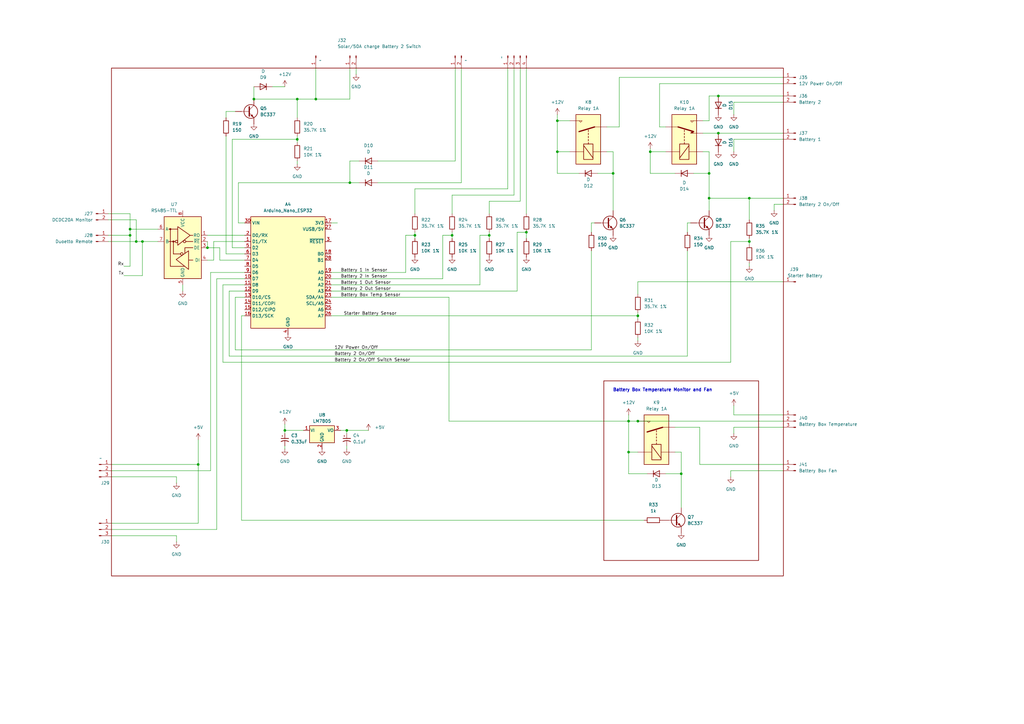
<source format=kicad_sch>
(kicad_sch (version 20250114) (generator "eeschema") (generator_version "9.0")
  (paper "A3")
  (lib_symbols
    (symbol "Connector:Conn_01x01_Pin" (pin_names (offset 1.016) (hide yes))
      (property "Reference" "J" (at 0 2.54 0))
      (property "Value" "Conn_01x01_Pin" (at 0 -2.54 0))
      (symbol "Conn_01x01_Pin_1_1"
        (rectangle (start 0.8636 0.127) (end 0 -0.127) (stroke (width 0.1524)) (fill (type outline)))
        (polyline (pts (xy 1.27 0) (xy 0.8636 0)) (stroke (width 0.1524)))
        (pin passive line (at 5.08 0 180) (length 3.81) (name "Pin_1") (number "1"))
      )
    )
    (symbol "Connector:Conn_01x02_Pin" (pin_names (offset 1.016) (hide yes))
      (property "Reference" "J" (at 0 2.54 0))
      (property "Value" "Conn_01x02_Pin" (at 0 -5.08 0))
      (symbol "Conn_01x02_Pin_1_1"
        (rectangle (start 0.8636 0.127) (end 0 -0.127) (stroke (width 0.1524)) (fill (type outline)))
        (rectangle (start 0.8636 -2.413) (end 0 -2.667) (stroke (width 0.1524)) (fill (type outline)))
        (polyline (pts (xy 1.27 0) (xy 0.8636 0)) (stroke (width 0.1524)))
        (polyline (pts (xy 1.27 -2.54) (xy 0.8636 -2.54)) (stroke (width 0.1524)))
        (pin passive line (at 5.08 0 180) (length 3.81) (name "Pin_1") (number "1"))
        (pin passive line (at 5.08 -2.54 180) (length 3.81) (name "Pin_2") (number "2"))
      )
    )
    (symbol "Connector:Conn_01x03_Pin" (pin_names (offset 1.016) (hide yes))
      (property "Reference" "J" (at 0 5.08 0))
      (property "Value" "Conn_01x03_Pin" (at 0 -5.08 0))
      (symbol "Conn_01x03_Pin_1_1"
        (rectangle (start 0.8636 2.667) (end 0 2.413) (stroke (width 0.1524)) (fill (type outline)))
        (rectangle (start 0.8636 0.127) (end 0 -0.127) (stroke (width 0.1524)) (fill (type outline)))
        (rectangle (start 0.8636 -2.413) (end 0 -2.667) (stroke (width 0.1524)) (fill (type outline)))
        (polyline (pts (xy 1.27 2.54) (xy 0.8636 2.54)) (stroke (width 0.1524)))
        (polyline (pts (xy 1.27 0) (xy 0.8636 0)) (stroke (width 0.1524)))
        (polyline (pts (xy 1.27 -2.54) (xy 0.8636 -2.54)) (stroke (width 0.1524)))
        (pin passive line (at 5.08 2.54 180) (length 3.81) (name "Pin_1") (number "1"))
        (pin passive line (at 5.08 0 180) (length 3.81) (name "Pin_2") (number "2"))
        (pin passive line (at 5.08 -2.54 180) (length 3.81) (name "Pin_3") (number "3"))
      )
    )
    (symbol "Connector:Conn_01x04_Pin" (pin_names (offset 1.016) (hide yes))
      (property "Reference" "J" (at 0 5.08 0))
      (property "Value" "Conn_01x04_Pin" (at 0 -7.62 0))
      (symbol "Conn_01x04_Pin_1_1"
        (rectangle (start 0.8636 2.667) (end 0 2.413) (stroke (width 0.1524)) (fill (type outline)))
        (rectangle (start 0.8636 0.127) (end 0 -0.127) (stroke (width 0.1524)) (fill (type outline)))
        (rectangle (start 0.8636 -2.413) (end 0 -2.667) (stroke (width 0.1524)) (fill (type outline)))
        (rectangle (start 0.8636 -4.953) (end 0 -5.207) (stroke (width 0.1524)) (fill (type outline)))
        (polyline (pts (xy 1.27 2.54) (xy 0.8636 2.54)) (stroke (width 0.1524)))
        (polyline (pts (xy 1.27 0) (xy 0.8636 0)) (stroke (width 0.1524)))
        (polyline (pts (xy 1.27 -2.54) (xy 0.8636 -2.54)) (stroke (width 0.1524)))
        (polyline (pts (xy 1.27 -5.08) (xy 0.8636 -5.08)) (stroke (width 0.1524)))
        (pin passive line (at 5.08 2.54 180) (length 3.81) (name "Pin_1") (number "1"))
        (pin passive line (at 5.08 0 180) (length 3.81) (name "Pin_2") (number "2"))
        (pin passive line (at 5.08 -2.54 180) (length 3.81) (name "Pin_3") (number "3"))
        (pin passive line (at 5.08 -5.08 180) (length 3.81) (name "Pin_4") (number "4"))
      )
    )
    (symbol "Device:C_Polarized_Small_US" (pin_numbers (hide yes)) (pin_names (offset 0.254) (hide yes))
      (property "Reference" "C" (at 0.254 1.778 0))
      (property "Value" "C_Polarized_Small_US" (at 0.254 -2.032 0))
      (symbol "C_Polarized_Small_US_0_1"
        (polyline (pts (xy -1.524 0.508) (xy 1.524 0.508)) (stroke (width 0.3048)))
        (polyline (pts (xy -1.27 1.524) (xy -0.762 1.524)))
        (polyline (pts (xy -1.016 1.27) (xy -1.016 1.778)))
        (arc (start -1.524 -0.762) (mid 0 -0.3734) (end 1.524 -0.762) (stroke (width 0.3048)))
      )
      (symbol "C_Polarized_Small_US_1_1"
        (pin passive line (at 0 2.54 270) (length 2.032) (name "~") (number "1"))
        (pin passive line (at 0 -2.54 90) (length 2.032) (name "~") (number "2"))
      )
    )
    (symbol "Device:D" (pin_numbers (hide yes)) (pin_names (offset 1.016) (hide yes))
      (property "Reference" "D" (at 0 2.54 0))
      (property "Value" "D" (at 0 -2.54 0))
      (symbol "D_0_1"
        (polyline (pts (xy -1.27 1.27) (xy -1.27 -1.27)) (stroke (width 0.254)))
        (polyline (pts (xy 1.27 1.27) (xy 1.27 -1.27) (xy -1.27 0) (xy 1.27 1.27)) (stroke (width 0.254)))
        (polyline (pts (xy 1.27 0) (xy -1.27 0)))
      )
      (symbol "D_1_1"
        (pin passive line (at -3.81 0 0) (length 2.54) (name "K") (number "1"))
        (pin passive line (at 3.81 0 180) (length 2.54) (name "A") (number "2"))
      )
    )
    (symbol "Device:R" (pin_numbers (hide yes)) (pin_names (offset 0))
      (property "Reference" "R" (at 2.032 0 90))
      (property "Value" "R" (at 0 0 90))
      (symbol "R_0_1"
        (rectangle (start -1.016 -2.54) (end 1.016 2.54) (stroke (width 0.254)))
      )
      (symbol "R_1_1"
        (pin passive line (at 0 3.81 270) (length 1.27) (name "~") (number "1"))
        (pin passive line (at 0 -3.81 90) (length 1.27) (name "~") (number "2"))
      )
    )
    (symbol "Interface_UART:ISL3178E"
      (property "Reference" "U" (at -6.985 13.97 0))
      (property "Value" "ISL3178E" (at 7.62 13.97 0))
      (symbol "ISL3178E_0_1"
        (rectangle (start -7.62 12.7) (end 7.62 -12.7) (stroke (width 0.254)) (fill (type background)))
        (polyline (pts (xy -4.191 2.54) (xy -1.27 2.54)) (stroke (width 0.254)))
        (polyline (pts (xy -4.191 0) (xy -0.889 0) (xy -0.889 -2.286)) (stroke (width 0.254)))
        (polyline (pts (xy -3.175 5.08) (xy -4.191 5.08) (xy -4.064 5.08)) (stroke (width 0.254)))
        (polyline (pts (xy -2.54 -5.08) (xy -4.191 -5.08)) (stroke (width 0.254)))
        (polyline (pts (xy -2.413 -5.08) (xy -2.413 -1.27) (xy 2.667 -4.826) (xy -2.413 -8.89) (xy -2.413 -5.08)) (stroke (width 0.254)))
        (polyline (pts (xy -0.635 -7.62) (xy 5.08 -7.62)) (stroke (width 0.254)))
        (circle (center 0.381 -2.54) (radius 0.508) (stroke (width 0.254)))
        (polyline (pts (xy 0.889 -2.54) (xy 3.81 -2.54)) (stroke (width 0.254)))
        (polyline (pts (xy 2.032 7.62) (xy 5.715 7.62)) (stroke (width 0.254)))
        (polyline (pts (xy 3.048 2.54) (xy 5.715 2.54)) (stroke (width 0.254)))
        (circle (center 3.81 2.54) (radius 0.2794) (stroke (width 0.254)) (fill (type outline)))
        (polyline (pts (xy 3.81 -2.54) (xy 3.81 2.54)) (stroke (width 0.254)))
        (polyline (pts (xy 5.08 -7.62) (xy 5.08 7.62)) (stroke (width 0.254)))
      )
      (symbol "ISL3178E_1_1"
        (circle (center -0.762 2.54) (radius 0.508) (stroke (width 0.254)))
        (polyline (pts (xy 2.032 4.826) (xy 2.032 8.636) (xy -3.048 5.08) (xy 2.032 1.016) (xy 2.032 4.826)) (stroke (width 0.254)))
        (circle (center 2.54 2.54) (radius 0.508) (stroke (width 0.254)))
        (circle (center 5.08 7.62) (radius 0.2794) (stroke (width 0.254)) (fill (type outline)))
        (pin output line (at -10.16 5.08 0) (length 2.54) (name "RO") (number "1"))
        (pin input line (at -10.16 2.54 0) (length 2.54) (name "~{RE}") (number "2"))
        (pin input line (at -10.16 0 0) (length 2.54) (name "DE") (number "3"))
        (pin input line (at -10.16 -5.08 0) (length 2.54) (name "DI") (number "4"))
        (pin power_in line (at 0 15.24 270) (length 2.54) (name "VCC") (number "8"))
        (pin power_in line (at 0 -15.24 90) (length 2.54) (name "GND") (number "5"))
        (pin bidirectional line (at 10.16 7.62 180) (length 2.54) (name "A") (number "6"))
        (pin bidirectional line (at 10.16 2.54 180) (length 2.54) (name "B") (number "7"))
      )
    )
    (symbol "MCU_Module:Arduino_Nano_ESP32"
      (property "Reference" "A" (at -14.986 23.622 0))
      (property "Value" "Arduino_Nano_ESP32" (at 3.81 -25.654 0))
      (symbol "Arduino_Nano_ESP32_0_1"
        (rectangle (start -15.24 22.86) (end 15.24 -22.86) (stroke (width 0.254)) (fill (type background)))
      )
      (symbol "Arduino_Nano_ESP32_1_1"
        (pin power_in line (at -17.78 20.32 0) (length 2.54) (name "VIN") (number "30"))
        (pin bidirectional line (at -17.78 15.24 0) (length 2.54) (name "D0/RX") (number "2"))
        (pin bidirectional line (at -17.78 12.7 0) (length 2.54) (name "D1/TX") (number "1"))
        (pin bidirectional line (at -17.78 10.16 0) (length 2.54) (name "D2") (number "5"))
        (pin bidirectional line (at -17.78 7.62 0) (length 2.54) (name "D3") (number "6"))
        (pin bidirectional line (at -17.78 5.08 0) (length 2.54) (name "D4") (number "7"))
        (pin bidirectional line (at -17.78 2.54 0) (length 2.54) (name "D5") (number "8"))
        (pin bidirectional line (at -17.78 0 0) (length 2.54) (name "D6") (number "9"))
        (pin bidirectional line (at -17.78 -2.54 0) (length 2.54) (name "D7") (number "10"))
        (pin bidirectional line (at -17.78 -5.08 0) (length 2.54) (name "D8") (number "11"))
        (pin bidirectional line (at -17.78 -7.62 0) (length 2.54) (name "D9") (number "12"))
        (pin bidirectional line (at -17.78 -10.16 0) (length 2.54) (name "D10/CS") (number "13"))
        (pin bidirectional line (at -17.78 -12.7 0) (length 2.54) (name "D11/COPI") (number "14"))
        (pin bidirectional line (at -17.78 -15.24 0) (length 2.54) (name "D12/CIPO") (number "15"))
        (pin bidirectional line (at -17.78 -17.78 0) (length 2.54) (name "D13/SCK") (number "16"))
        (pin passive line (at 0 -25.4 90) (length 2.54) (hide yes) (name "GND") (number "29"))
        (pin power_in line (at 0 -25.4 90) (length 2.54) (name "GND") (number "4"))
        (pin power_out line (at 17.78 20.32 180) (length 2.54) (name "3V3") (number "17"))
        (pin power_out line (at 17.78 17.78 180) (length 2.54) (name "VUSB/5V") (number "27"))
        (pin input line (at 17.78 12.7 180) (length 2.54) (name "~{RESET}") (number "3"))
        (pin bidirectional line (at 17.78 7.62 180) (length 2.54) (name "B0") (number "18"))
        (pin bidirectional line (at 17.78 5.08 180) (length 2.54) (name "B1") (number "28"))
        (pin bidirectional line (at 17.78 0 180) (length 2.54) (name "A0") (number "19"))
        (pin bidirectional line (at 17.78 -2.54 180) (length 2.54) (name "A1") (number "20"))
        (pin bidirectional line (at 17.78 -5.08 180) (length 2.54) (name "A2") (number "21"))
        (pin bidirectional line (at 17.78 -7.62 180) (length 2.54) (name "A3") (number "22"))
        (pin bidirectional line (at 17.78 -10.16 180) (length 2.54) (name "SDA/A4") (number "23"))
        (pin bidirectional line (at 17.78 -12.7 180) (length 2.54) (name "SCL/A5") (number "24"))
        (pin bidirectional line (at 17.78 -15.24 180) (length 2.54) (name "A6") (number "25"))
        (pin bidirectional line (at 17.78 -17.78 180) (length 2.54) (name "A7") (number "26"))
      )
    )
    (symbol "Regulator_Linear:LM7805_TO220" (pin_names (offset 0.254))
      (property "Reference" "U" (at -3.81 3.175 0))
      (property "Value" "LM7805_TO220" (at 0 3.175 0))
      (symbol "LM7805_TO220_0_1"
        (rectangle (start -5.08 1.905) (end 5.08 -5.08) (stroke (width 0.254)) (fill (type background)))
      )
      (symbol "LM7805_TO220_1_1"
        (pin power_in line (at -7.62 0 0) (length 2.54) (name "VI") (number "1"))
        (pin power_in line (at 0 -7.62 90) (length 2.54) (name "GND") (number "2"))
        (pin power_out line (at 7.62 0 180) (length 2.54) (name "VO") (number "3"))
      )
    )
    (symbol "Relay:Relay_SPST-NO" (pin_numbers (hide yes))
      (property "Reference" "K" (at 11.43 3.81 0))
      (property "Value" "Relay_SPST-NO" (at 11.43 1.27 0))
      (symbol "Relay_SPST-NO_0_0"
        (polyline (pts (xy 7.62 5.08) (xy 7.62 2.54) (xy 6.985 3.175) (xy 7.62 3.81)))
      )
      (symbol "Relay_SPST-NO_0_1"
        (rectangle (start -10.16 5.08) (end 10.16 -5.08) (stroke (width 0.254)) (fill (type background)))
        (rectangle (start -8.255 1.905) (end -1.905 -1.905) (stroke (width 0.254)))
        (polyline (pts (xy -7.62 -1.905) (xy -2.54 1.905)) (stroke (width 0.254)))
        (polyline (pts (xy -5.08 5.08) (xy -5.08 1.905)))
        (polyline (pts (xy -5.08 -5.08) (xy -5.08 -1.905)))
        (polyline (pts (xy -1.905 0) (xy -1.27 0)) (stroke (width 0.254)))
        (polyline (pts (xy -0.635 0) (xy 0 0)) (stroke (width 0.254)))
        (polyline (pts (xy 0.635 0) (xy 1.27 0)) (stroke (width 0.254)))
        (polyline (pts (xy 1.905 0) (xy 2.54 0)) (stroke (width 0.254)))
        (polyline (pts (xy 3.175 0) (xy 3.81 0)) (stroke (width 0.254)))
        (polyline (pts (xy 5.08 -2.54) (xy 3.175 3.81)) (stroke (width 0.508)))
        (polyline (pts (xy 5.08 -2.54) (xy 5.08 -5.08)))
      )
      (symbol "Relay_SPST-NO_1_1"
        (pin passive line (at -5.08 7.62 270) (length 2.54) (name "~") (number "A1"))
        (pin passive line (at -5.08 -7.62 90) (length 2.54) (name "~") (number "A2"))
        (pin passive line (at 5.08 -7.62 90) (length 2.54) (name "~") (number "13"))
        (pin passive line (at 7.62 7.62 270) (length 2.54) (name "~") (number "14"))
      )
    )
    (symbol "Relay_SPDT_2" (pin_numbers (hide yes))
      (property "Reference" "K" (at 11.43 3.81 0))
      (property "Value" "Relay_SPDT" (at 11.43 1.27 0))
      (symbol "Relay_SPDT_2_0_0"
        (polyline (pts (xy 7.62 5.08) (xy 7.62 2.54) (xy 6.985 3.175) (xy 7.62 3.81)))
      )
      (symbol "Relay_SPDT_2_0_1"
        (rectangle (start -10.16 5.08) (end 10.16 -5.08) (stroke (width 0.254)) (fill (type background)))
        (rectangle (start -8.255 1.905) (end -1.905 -1.905) (stroke (width 0.254)))
        (polyline (pts (xy -7.62 -1.905) (xy -2.54 1.905)) (stroke (width 0.254)))
        (polyline (pts (xy -5.08 5.08) (xy -5.08 1.905)))
        (polyline (pts (xy -5.08 -5.08) (xy -5.08 -1.905)))
        (polyline (pts (xy -1.905 0) (xy -1.27 0)) (stroke (width 0.254)))
        (polyline (pts (xy -0.635 0) (xy 0 0)) (stroke (width 0.254)))
        (polyline (pts (xy 0.635 0) (xy 1.27 0)) (stroke (width 0.254)))
        (polyline (pts (xy 1.905 0) (xy 2.54 0)) (stroke (width 0.254)))
        (polyline (pts (xy 2.54 5.08) (xy 2.54 2.54) (xy 3.175 3.175) (xy 2.54 3.81)) (fill (type outline)))
        (polyline (pts (xy 3.175 0) (xy 3.81 0)) (stroke (width 0.254)))
        (polyline (pts (xy 5.08 -2.54) (xy 3.175 3.81)) (stroke (width 0.508)))
        (polyline (pts (xy 5.08 -2.54) (xy 5.08 -5.08)))
      )
      (symbol "Relay_SPDT_2_1_1"
        (pin passive line (at -5.08 7.62 270) (length 2.54) (name "~") (number "A1"))
        (pin passive line (at -5.08 -7.62 90) (length 2.54) (name "~") (number "A2"))
        (pin passive line (at 2.54 7.62 270) (length 2.54) (name "~") (number "12"))
        (pin passive line (at 5.08 -7.62 90) (length 2.54) (name "~") (number "11"))
        (pin passive line (at 7.62 7.62 270) (length 2.54) (name "~") (number "14"))
      )
    )
    (symbol "Transistor_BJT:BC107" (pin_numbers (hide yes)) (pin_names (offset 0) (hide yes))
      (property "Reference" "Q" (at 5.08 1.905 0))
      (property "Value" "BC107" (at 5.08 0 0))
      (symbol "BC107_0_1"
        (polyline (pts (xy -2.54 0) (xy 0.635 0)))
        (polyline (pts (xy 0.635 1.905) (xy 0.635 -1.905)) (stroke (width 0.508)))
        (circle (center 1.27 0) (radius 2.8194) (stroke (width 0.254)))
      )
      (symbol "BC107_1_1"
        (polyline (pts (xy 0.635 0.635) (xy 2.54 2.54)))
        (polyline (pts (xy 0.635 -0.635) (xy 2.54 -2.54)))
        (polyline (pts (xy 1.27 -1.778) (xy 1.778 -1.27) (xy 2.286 -2.286) (xy 1.27 -1.778)) (fill (type outline)))
        (pin input line (at -5.08 0 0) (length 2.54) (name "B") (number "2"))
        (pin passive line (at 2.54 5.08 270) (length 2.54) (name "C") (number "3"))
        (pin passive line (at 2.54 -5.08 90) (length 2.54) (name "E") (number "1"))
      )
    )
    (symbol "power:+12V" (power) (pin_numbers (hide yes)) (pin_names (offset 0) (hide yes))
      (property "Value" "+12V" (at 0 3.556 0))
      (symbol "+12V_0_1"
        (polyline (pts (xy -0.762 1.27) (xy 0 2.54)))
        (polyline (pts (xy 0 2.54) (xy 0.762 1.27)))
        (polyline (pts (xy 0 0) (xy 0 2.54)))
      )
      (symbol "+12V_1_1"
        (pin power_in line (at 0 0 90) (length 0) (name "~") (number "1"))
      )
    )
    (symbol "power:+5V" (power) (pin_numbers (hide yes)) (pin_names (offset 0) (hide yes))
      (property "Value" "+5V" (at 0 3.556 0))
      (symbol "+5V_0_1"
        (polyline (pts (xy -0.762 1.27) (xy 0 2.54)))
        (polyline (pts (xy 0 2.54) (xy 0.762 1.27)))
        (polyline (pts (xy 0 0) (xy 0 2.54)))
      )
      (symbol "+5V_1_1"
        (pin power_in line (at 0 0 90) (length 0) (name "~") (number "1"))
      )
    )
    (symbol "power:GND" (power) (pin_numbers (hide yes)) (pin_names (offset 0) (hide yes))
      (property "Value" "GND" (at 0 -3.81 0))
      (symbol "GND_0_1"
        (polyline (pts (xy 0 0) (xy 0 -1.27) (xy 1.27 -1.27) (xy 0 -2.54) (xy -1.27 -1.27) (xy 0 -1.27)))
      )
      (symbol "GND_1_1"
        (pin power_in line (at 0 0 270) (length 0) (name "~") (number "1"))
      )
    )
  )
  (rectangle (start 45.72 27.94) (end 321.31 236.22) (stroke (width 0.254) (color 132 0 0 1)))
  (rectangle (start 247.65 156.21) (end 311.15 229.87) (stroke (width 0.254) (color 132 0 0 1)))
  (text "Battery Box Temperature Monitor and Fan" (at 271.78 160.02 0) (effects (font (size 1.27 1.27) (thickness 0.254) (bold yes))))
  (junction (at 58.42 99.06))
  (junction (at 266.7 62.23))
  (junction (at 53.34 96.52))
  (junction (at 228.6 62.23))
  (junction (at 257.81 185.42))
  (junction (at 261.62 172.72))
  (junction (at 200.66 96.52))
  (junction (at 261.62 129.54))
  (junction (at 142.24 176.53))
  (junction (at 185.42 96.52))
  (junction (at 129.54 40.64))
  (junction (at 279.4 194.31))
  (junction (at 294.64 39.37))
  (junction (at 55.88 99.06))
  (junction (at 294.64 54.61))
  (junction (at 85.09 101.6))
  (junction (at 251.46 71.12))
  (junction (at 290.83 81.28))
  (junction (at 257.81 172.72))
  (junction (at 307.34 81.28))
  (junction (at 121.92 57.15))
  (junction (at 215.9 95.25))
  (junction (at 116.84 176.53))
  (junction (at 121.92 40.64))
  (junction (at 290.83 71.12))
  (junction (at 81.28 190.5))
  (junction (at 104.14 40.64))
  (junction (at 143.51 74.93))
  (junction (at 53.34 93.98))
  (junction (at 170.18 96.52))
  (junction (at 307.34 99.06))
  (junction (at 228.6 49.53))
  (wire (pts (xy 90.17 101.6) (xy 85.09 101.6)))
  (wire (pts (xy 279.4 185.42) (xy 279.4 194.31)))
  (wire (pts (xy 100.33 119.38) (xy 93.98 119.38)))
  (wire (pts (xy 170.18 96.52) (xy 170.18 97.79)))
  (wire (pts (xy 208.28 77.47) (xy 170.18 77.47)))
  (wire (pts (xy 91.44 148.59) (xy 91.44 116.84)))
  (wire (pts (xy 154.94 66.04) (xy 186.69 66.04)))
  (wire (pts (xy 242.57 91.44) (xy 242.57 95.25)))
  (wire (pts (xy 185.42 95.25) (xy 185.42 96.52)))
  (wire (pts (xy 287.02 190.5) (xy 321.31 190.5)))
  (wire (pts (xy 299.72 99.06) (xy 299.72 148.59)))
  (wire (pts (xy 85.09 96.52) (xy 100.33 96.52)))
  (wire (pts (xy 45.72 219.71) (xy 72.39 219.71)))
  (wire (pts (xy 257.81 194.31) (xy 265.43 194.31)))
  (wire (pts (xy 300.99 166.37) (xy 300.99 170.18)))
  (wire (pts (xy 116.84 182.88) (xy 116.84 184.15)))
  (wire (pts (xy 100.33 104.14) (xy 92.71 104.14)))
  (wire (pts (xy 53.34 87.63) (xy 53.34 93.98)))
  (wire (pts (xy 300.99 170.18) (xy 321.31 170.18)))
  (wire (pts (xy 248.92 52.07) (xy 254 52.07)))
  (wire (pts (xy 45.72 217.17) (xy 88.9 217.17)))
  (wire (pts (xy 142.24 177.8) (xy 142.24 176.53)))
  (wire (pts (xy 184.15 172.72) (xy 184.15 121.92)))
  (wire (pts (xy 135.89 119.38) (xy 212.09 119.38)))
  (wire (pts (xy 279.4 194.31) (xy 279.4 208.28)))
  (wire (pts (xy 121.92 48.26) (xy 121.92 40.64)))
  (wire (pts (xy 290.83 39.37) (xy 294.64 39.37)))
  (wire (pts (xy 55.88 90.17) (xy 55.88 99.06)))
  (wire (pts (xy 257.81 185.42) (xy 261.62 185.42)))
  (wire (pts (xy 44.45 99.06) (xy 55.88 99.06)))
  (wire (pts (xy 135.89 129.54) (xy 261.62 129.54)))
  (wire (pts (xy 135.89 111.76) (xy 166.37 111.76)))
  (wire (pts (xy 185.42 80.01) (xy 185.42 87.63)))
  (wire (pts (xy 97.79 74.93) (xy 97.79 91.44)))
  (wire (pts (xy 242.57 102.87) (xy 242.57 143.51)))
  (wire (pts (xy 294.64 39.37) (xy 321.31 39.37)))
  (wire (pts (xy 87.63 99.06) (xy 100.33 99.06)))
  (wire (pts (xy 135.89 116.84) (xy 196.85 116.84)))
  (wire (pts (xy 307.34 81.28) (xy 307.34 90.17)))
  (wire (pts (xy 53.34 96.52) (xy 53.34 93.98)))
  (wire (pts (xy 53.34 93.98) (xy 64.77 93.98)))
  (wire (pts (xy 196.85 96.52) (xy 196.85 116.84)))
  (wire (pts (xy 243.84 91.44) (xy 242.57 91.44)))
  (wire (pts (xy 228.6 62.23) (xy 228.6 71.12)))
  (wire (pts (xy 270.51 52.07) (xy 270.51 34.29)))
  (wire (pts (xy 90.17 106.68) (xy 100.33 106.68)))
  (wire (pts (xy 121.92 57.15) (xy 121.92 58.42)))
  (wire (pts (xy 185.42 96.52) (xy 185.42 97.79)))
  (wire (pts (xy 307.34 81.28) (xy 321.31 81.28)))
  (wire (pts (xy 143.51 40.64) (xy 143.51 27.94)))
  (wire (pts (xy 215.9 95.25) (xy 215.9 97.79)))
  (wire (pts (xy 166.37 96.52) (xy 170.18 96.52)))
  (wire (pts (xy 288.29 62.23) (xy 290.83 62.23)))
  (wire (pts (xy 261.62 129.54) (xy 261.62 130.81)))
  (wire (pts (xy 261.62 128.27) (xy 261.62 129.54)))
  (wire (pts (xy 287.02 175.26) (xy 287.02 190.5)))
  (wire (pts (xy 299.72 148.59) (xy 91.44 148.59)))
  (wire (pts (xy 290.83 81.28) (xy 307.34 81.28)))
  (wire (pts (xy 215.9 27.94) (xy 215.9 87.63)))
  (wire (pts (xy 273.05 194.31) (xy 279.4 194.31)))
  (wire (pts (xy 45.72 190.5) (xy 81.28 190.5)))
  (wire (pts (xy 228.6 62.23) (xy 233.68 62.23)))
  (wire (pts (xy 100.33 111.76) (xy 86.36 111.76)))
  (wire (pts (xy 129.54 40.64) (xy 143.51 40.64)))
  (wire (pts (xy 146.05 27.94) (xy 146.05 30.48)))
  (wire (pts (xy 50.8 113.03) (xy 58.42 113.03)))
  (wire (pts (xy 266.7 60.96) (xy 266.7 62.23)))
  (wire (pts (xy 228.6 49.53) (xy 233.68 49.53)))
  (wire (pts (xy 200.66 96.52) (xy 200.66 97.79)))
  (wire (pts (xy 142.24 176.53) (xy 151.13 176.53)))
  (wire (pts (xy 266.7 62.23) (xy 273.05 62.23)))
  (wire (pts (xy 294.64 54.61) (xy 321.31 54.61)))
  (wire (pts (xy 279.4 185.42) (xy 276.86 185.42)))
  (wire (pts (xy 90.17 101.6) (xy 90.17 106.68)))
  (wire (pts (xy 135.89 91.44) (xy 138.43 91.44)))
  (wire (pts (xy 299.72 193.04) (xy 321.31 193.04)))
  (wire (pts (xy 142.24 182.88) (xy 142.24 184.15)))
  (wire (pts (xy 251.46 62.23) (xy 251.46 71.12)))
  (wire (pts (xy 299.72 99.06) (xy 307.34 99.06)))
  (wire (pts (xy 251.46 62.23) (xy 248.92 62.23)))
  (wire (pts (xy 213.36 27.94) (xy 213.36 82.55)))
  (wire (pts (xy 184.15 172.72) (xy 257.81 172.72)))
  (wire (pts (xy 44.45 90.17) (xy 55.88 90.17)))
  (wire (pts (xy 100.33 129.54) (xy 99.06 129.54)))
  (wire (pts (xy 228.6 49.53) (xy 228.6 62.23)))
  (wire (pts (xy 321.31 83.82) (xy 317.5 83.82)))
  (wire (pts (xy 261.62 139.7) (xy 261.62 138.43)))
  (wire (pts (xy 290.83 39.37) (xy 290.83 49.53)))
  (wire (pts (xy 283.21 91.44) (xy 281.94 91.44)))
  (wire (pts (xy 87.63 106.68) (xy 87.63 99.06)))
  (wire (pts (xy 104.14 40.64) (xy 121.92 40.64)))
  (wire (pts (xy 300.99 175.26) (xy 321.31 175.26)))
  (wire (pts (xy 208.28 27.94) (xy 208.28 77.47)))
  (wire (pts (xy 200.66 95.25) (xy 200.66 96.52)))
  (wire (pts (xy 281.94 91.44) (xy 281.94 95.25)))
  (wire (pts (xy 100.33 121.92) (xy 96.52 121.92)))
  (wire (pts (xy 53.34 96.52) (xy 53.34 109.22)))
  (wire (pts (xy 74.93 116.84) (xy 74.93 119.38)))
  (wire (pts (xy 181.61 96.52) (xy 185.42 96.52)))
  (wire (pts (xy 129.54 27.94) (xy 129.54 40.64)))
  (wire (pts (xy 91.44 116.84) (xy 100.33 116.84)))
  (wire (pts (xy 135.89 121.92) (xy 184.15 121.92)))
  (wire (pts (xy 170.18 77.47) (xy 170.18 87.63)))
  (wire (pts (xy 96.52 121.92) (xy 96.52 143.51)))
  (wire (pts (xy 72.39 195.58) (xy 72.39 198.12)))
  (wire (pts (xy 321.31 31.75) (xy 254 31.75)))
  (wire (pts (xy 307.34 99.06) (xy 307.34 100.33)))
  (wire (pts (xy 88.9 114.3) (xy 88.9 217.17)))
  (wire (pts (xy 96.52 143.51) (xy 242.57 143.51)))
  (wire (pts (xy 121.92 66.04) (xy 121.92 67.31)))
  (wire (pts (xy 196.85 96.52) (xy 200.66 96.52)))
  (wire (pts (xy 135.89 114.3) (xy 181.61 114.3)))
  (wire (pts (xy 284.48 71.12) (xy 290.83 71.12)))
  (wire (pts (xy 307.34 97.79) (xy 307.34 99.06)))
  (wire (pts (xy 58.42 99.06) (xy 64.77 99.06)))
  (wire (pts (xy 210.82 80.01) (xy 185.42 80.01)))
  (wire (pts (xy 72.39 219.71) (xy 72.39 222.25)))
  (wire (pts (xy 44.45 96.52) (xy 53.34 96.52)))
  (wire (pts (xy 270.51 34.29) (xy 321.31 34.29)))
  (wire (pts (xy 143.51 74.93) (xy 147.32 74.93)))
  (wire (pts (xy 186.69 27.94) (xy 186.69 66.04)))
  (wire (pts (xy 317.5 83.82) (xy 317.5 86.36)))
  (wire (pts (xy 257.81 172.72) (xy 257.81 185.42)))
  (wire (pts (xy 266.7 71.12) (xy 276.86 71.12)))
  (wire (pts (xy 86.36 111.76) (xy 86.36 193.04)))
  (wire (pts (xy 228.6 71.12) (xy 237.49 71.12)))
  (wire (pts (xy 228.6 46.99) (xy 228.6 49.53)))
  (wire (pts (xy 147.32 66.04) (xy 143.51 66.04)))
  (wire (pts (xy 212.09 95.25) (xy 215.9 95.25)))
  (wire (pts (xy 95.25 101.6) (xy 100.33 101.6)))
  (wire (pts (xy 290.83 81.28) (xy 290.83 86.36)))
  (wire (pts (xy 200.66 82.55) (xy 200.66 87.63)))
  (wire (pts (xy 212.09 95.25) (xy 212.09 119.38)))
  (wire (pts (xy 81.28 180.34) (xy 81.28 190.5)))
  (wire (pts (xy 96.52 45.72) (xy 92.71 45.72)))
  (wire (pts (xy 213.36 82.55) (xy 200.66 82.55)))
  (wire (pts (xy 290.83 49.53) (xy 288.29 49.53)))
  (wire (pts (xy 116.84 173.99) (xy 116.84 176.53)))
  (wire (pts (xy 270.51 52.07) (xy 273.05 52.07)))
  (wire (pts (xy 99.06 213.36) (xy 264.16 213.36)))
  (wire (pts (xy 45.72 193.04) (xy 86.36 193.04)))
  (wire (pts (xy 129.54 40.64) (xy 121.92 40.64)))
  (wire (pts (xy 321.31 41.91) (xy 300.99 41.91)))
  (wire (pts (xy 93.98 146.05) (xy 281.94 146.05)))
  (wire (pts (xy 55.88 99.06) (xy 58.42 99.06)))
  (wire (pts (xy 111.76 35.56) (xy 116.84 35.56)))
  (wire (pts (xy 254 31.75) (xy 254 52.07)))
  (wire (pts (xy 290.83 71.12) (xy 290.83 62.23)))
  (wire (pts (xy 139.7 176.53) (xy 142.24 176.53)))
  (wire (pts (xy 93.98 119.38) (xy 93.98 146.05)))
  (wire (pts (xy 166.37 111.76) (xy 166.37 96.52)))
  (wire (pts (xy 88.9 114.3) (xy 100.33 114.3)))
  (wire (pts (xy 261.62 115.57) (xy 261.62 120.65)))
  (wire (pts (xy 53.34 109.22) (xy 50.8 109.22)))
  (wire (pts (xy 290.83 71.12) (xy 290.83 81.28)))
  (wire (pts (xy 58.42 113.03) (xy 58.42 99.06)))
  (wire (pts (xy 45.72 195.58) (xy 72.39 195.58)))
  (wire (pts (xy 181.61 96.52) (xy 181.61 114.3)))
  (wire (pts (xy 189.23 27.94) (xy 189.23 74.93)))
  (wire (pts (xy 170.18 95.25) (xy 170.18 96.52)))
  (wire (pts (xy 44.45 87.63) (xy 53.34 87.63)))
  (wire (pts (xy 92.71 45.72) (xy 92.71 48.26)))
  (wire (pts (xy 97.79 74.93) (xy 143.51 74.93)))
  (wire (pts (xy 92.71 55.88) (xy 92.71 104.14)))
  (wire (pts (xy 85.09 99.06) (xy 85.09 101.6)))
  (wire (pts (xy 210.82 27.94) (xy 210.82 80.01)))
  (wire (pts (xy 116.84 177.8) (xy 116.84 176.53)))
  (wire (pts (xy 257.81 185.42) (xy 257.81 194.31)))
  (wire (pts (xy 85.09 106.68) (xy 87.63 106.68)))
  (wire (pts (xy 299.72 195.58) (xy 299.72 193.04)))
  (wire (pts (xy 321.31 57.15) (xy 300.99 57.15)))
  (wire (pts (xy 104.14 35.56) (xy 104.14 40.64)))
  (wire (pts (xy 81.28 214.63) (xy 81.28 190.5)))
  (wire (pts (xy 300.99 175.26) (xy 300.99 177.8)))
  (wire (pts (xy 95.25 57.15) (xy 95.25 101.6)))
  (wire (pts (xy 300.99 57.15) (xy 300.99 62.23)))
  (wire (pts (xy 143.51 66.04) (xy 143.51 74.93)))
  (wire (pts (xy 116.84 176.53) (xy 124.46 176.53)))
  (wire (pts (xy 281.94 146.05) (xy 281.94 102.87)))
  (wire (pts (xy 99.06 129.54) (xy 99.06 213.36)))
  (wire (pts (xy 261.62 115.57) (xy 321.31 115.57)))
  (wire (pts (xy 154.94 74.93) (xy 189.23 74.93)))
  (wire (pts (xy 261.62 172.72) (xy 321.31 172.72)))
  (wire (pts (xy 121.92 57.15) (xy 95.25 57.15)))
  (wire (pts (xy 276.86 175.26) (xy 287.02 175.26)))
  (wire (pts (xy 245.11 71.12) (xy 251.46 71.12)))
  (wire (pts (xy 97.79 91.44) (xy 100.33 91.44)))
  (wire (pts (xy 294.64 54.61) (xy 288.29 54.61)))
  (wire (pts (xy 257.81 170.18) (xy 257.81 172.72)))
  (wire (pts (xy 121.92 55.88) (xy 121.92 57.15)))
  (wire (pts (xy 307.34 107.95) (xy 307.34 109.22)))
  (wire (pts (xy 300.99 41.91) (xy 300.99 46.99)))
  (wire (pts (xy 45.72 214.63) (xy 81.28 214.63)))
  (wire (pts (xy 266.7 62.23) (xy 266.7 71.12)))
  (wire (pts (xy 251.46 86.36) (xy 251.46 71.12)))
  (wire (pts (xy 257.81 172.72) (xy 261.62 172.72)))
  (label "Tx" (at 50.8 113.03 180))
  (label "Starter Battery Sensor" (at 140.97 129.54 0))
  (label "Battery 2 Out Sensor" (at 139.7 119.38 0))
  (label "Battery 2 In Sensor" (at 139.7 114.3 0))
  (label "Battery 2 On{slash}Off" (at 137.16 146.05 0))
  (label "Battery 1 In Sensor" (at 139.7 111.76 0))
  (label "Rx" (at 50.8 109.22 180))
  (label "12V Power On/Off" (at 137.16 143.51 0))
  (label "Battery 2 On{slash}Off Switch Sensor" (at 137.16 148.59 0))
  (label "Battery Box Temp Sensor" (at 139.7 121.92 0))
  (label "Battery 1 Out Sensor" (at 139.7 116.84 0))
  (symbol (lib_id "power:GND") (at 290.83 96.52 0) (unit 1)
    (property "Reference" "#PWR071" (effects (hide yes)))
    (property "Value" "GND" (at 290.83 101.6 0))
    (property "Description" "Power symbol creates a global label with name \"GND\" , ground" (effects (hide yes)))
  )
  (symbol (lib_id "Device:D") (at 294.64 58.42 90) (unit 1)
    (property "Reference" "D16" (at 299.72 58.42 0))
    (property "Value" "D" (at 297.18 58.42 0))
    (property "Description" "Diode" (effects (hide yes)))
    (property "Sim.Device" "D" (effects (hide yes)))
    (property "Sim.Pins" "1=K 2=A" (effects (hide yes)))
  )
  (symbol (lib_id "power:GND") (at 118.11 137.16 0) (unit 1)
    (property "Reference" "#PWR055" (effects (hide yes)))
    (property "Value" "GND" (at 118.11 142.24 0))
    (property "Description" "Power symbol creates a global label with name \"GND\" , ground" (effects (hide yes)))
  )
  (symbol (lib_id "power:GND") (at 279.4 218.44 0) (unit 1)
    (property "Reference" "#PWR070" (effects (hide yes)))
    (property "Value" "GND" (at 279.4 223.52 0))
    (property "Description" "Power symbol creates a global label with name \"GND\" , ground" (effects (hide yes)))
  )
  (symbol (lib_id "power:GND") (at 294.64 62.23 0) (unit 1)
    (property "Reference" "#PWR073" (effects (hide yes)))
    (property "Value" "GND" (at 294.64 67.31 0))
    (property "Description" "Power symbol creates a global label with name \"GND\" , ground" (effects (hide yes)))
  )
  (symbol (lib_id "power:GND") (at 317.5 86.36 0) (unit 1)
    (property "Reference" "#PWR080" (effects (hide yes)))
    (property "Value" "GND" (at 317.5 91.44 0))
    (property "Description" "Power symbol creates a global label with name \"GND\" , ground" (effects (hide yes)))
  )
  (symbol (lib_id "power:GND") (at 300.99 46.99 0) (unit 1)
    (property "Reference" "#PWR075" (effects (hide yes)))
    (property "Value" "GND" (at 300.99 52.07 0))
    (property "Description" "Power symbol creates a global label with name \"GND\" , ground" (effects (hide yes)))
  )
  (symbol (lib_id "Device:D") (at 107.95 35.56 0) (mirror y) (unit 1)
    (property "Reference" "D9" (at 107.95 31.75 0))
    (property "Value" "D" (at 107.95 29.21 0))
    (property "Description" "Diode" (effects (hide yes)))
    (property "Sim.Device" "D" (effects (hide yes)))
    (property "Sim.Pins" "1=K 2=A" (effects (hide yes)))
  )
  (symbol (lib_id "Transistor_BJT:BC107") (at 288.29 91.44 0) (unit 1)
    (property "Reference" "Q8" (at 293.37 90.1699 0) (effects (justify left)))
    (property "Value" "BC337" (at 293.37 92.7099 0) (effects (justify left)))
    (property "Footprint" "Package_TO_SOT_THT:TO-18-3" (effects (hide yes)))
    (property "Datasheet" "http://www.b-kainka.de/Daten/Transistor/BC108.pdf" (effects (hide yes)))
    (property "Description" "0.1A Ic, 50V Vce, Low Noise General Purpose NPN Transistor, TO-18" (effects (hide yes)))
  )
  (symbol (lib_id "Connector:Conn_01x02_Pin") (at 186.69 22.86 90) (mirror x) (unit 1)
    (property "Reference" "J33" (effects (hide yes)))
    (property "Value" "~" (at 190.5 24.7649 90) (effects (justify right)))
    (property "Description" "Generic connector, single row, 01x02, script generated" (effects (hide yes)))
  )
  (symbol (lib_id "power:+5V") (at 151.13 176.53 0) (unit 1)
    (property "Reference" "#PWR060" (effects (hide yes)))
    (property "Value" "+5V" (at 153.67 175.2599 0) (effects (justify left)))
    (property "Description" "Power symbol creates a global label with name \"+5V\"" (effects (hide yes)))
  )
  (symbol (lib_id "Device:R") (at 200.66 91.44 0) (unit 1)
    (property "Reference" "R26" (at 203.2 90.1699 0) (effects (justify left)))
    (property "Value" "35.7K 1%" (at 203.2 92.7099 0) (effects (justify left)))
    (property "Description" "Resistor" (effects (hide yes)))
  )
  (symbol (lib_id "power:GND") (at 170.18 105.41 0) (unit 1)
    (property "Reference" "#PWR061" (effects (hide yes)))
    (property "Value" "GND" (at 170.18 110.49 0))
    (property "Description" "Power symbol creates a global label with name \"GND\" , ground" (effects (hide yes)))
  )
  (symbol (lib_id "power:+12V") (at 116.84 35.56 0) (unit 1)
    (property "Reference" "#PWR052" (effects (hide yes)))
    (property "Value" "+12V" (at 116.84 30.48 0))
    (property "Description" "Power symbol creates a global label with name \"+12V\"" (effects (hide yes)))
  )
  (symbol (lib_id "Connector:Conn_01x03_Pin") (at 40.64 217.17 0) (unit 1)
    (property "Reference" "J30" (at 43.18 222.25 0))
    (property "Value" "Conn_01x03_Pin" (effects (hide yes)))
    (property "Description" "Generic connector, single row, 01x03, script generated" (effects (hide yes)))
  )
  (symbol (lib_id "power:GND") (at 307.34 109.22 0) (unit 1)
    (property "Reference" "#PWR079" (effects (hide yes)))
    (property "Value" "GND" (at 307.34 114.3 0))
    (property "Description" "Power symbol creates a global label with name \"GND\" , ground" (effects (hide yes)))
  )
  (symbol (lib_id "power:GND") (at 72.39 198.12 0) (unit 1)
    (property "Reference" "#PWR047" (effects (hide yes)))
    (property "Value" "GND" (at 72.39 203.2 0))
    (property "Description" "Power symbol creates a global label with name \"GND\" , ground" (effects (hide yes)))
  )
  (symbol (lib_id "power:GND") (at 294.64 46.99 0) (unit 1)
    (property "Reference" "#PWR072" (effects (hide yes)))
    (property "Value" "GND" (at 294.64 52.07 0))
    (property "Description" "Power symbol creates a global label with name \"GND\" , ground" (effects (hide yes)))
  )
  (symbol (lib_id "Connector:Conn_01x02_Pin") (at 326.39 54.61 0) (mirror y) (unit 1)
    (property "Reference" "J37" (at 327.66 54.6099 0) (effects (justify right)))
    (property "Value" "Battery 1" (at 327.66 57.1499 0) (effects (justify right)))
    (property "Description" "Generic connector, single row, 01x02, script generated" (effects (hide yes)))
  )
  (symbol (lib_id "Device:R") (at 215.9 91.44 0) (unit 1)
    (property "Reference" "R28" (at 218.44 90.1699 0) (effects (justify left)))
    (property "Value" "35.7K 1%" (at 218.44 92.7099 0) (effects (justify left)))
    (property "Description" "Resistor" (effects (hide yes)))
  )
  (symbol (lib_id "power:+5V") (at 81.28 180.34 0) (unit 1)
    (property "Reference" "#PWR050" (effects (hide yes)))
    (property "Value" "+5V" (at 81.28 175.26 0))
    (property "Description" "Power symbol creates a global label with name \"+5V\"" (effects (hide yes)))
  )
  (symbol (lib_id "Device:R") (at 242.57 99.06 0) (unit 1)
    (property "Reference" "R30" (at 245.11 97.7899 0) (effects (justify left)))
    (property "Value" "150" (at 245.11 100.3299 0) (effects (justify left)))
    (property "Description" "Resistor" (effects (hide yes)))
  )
  (symbol (lib_id "Device:R") (at 261.62 134.62 0) (unit 1)
    (property "Reference" "R32" (at 264.16 133.3499 0) (effects (justify left)))
    (property "Value" "10K 1%" (at 264.16 135.8899 0) (effects (justify left)))
    (property "Description" "Resistor" (effects (hide yes)))
  )
  (symbol (lib_name "Relay_SPDT_2") (lib_id "Relay:Relay_SPDT") (at 280.67 57.15 270) (mirror x) (unit 1)
    (property "Reference" "K10" (at 280.67 41.91 90))
    (property "Value" "Relay 1A" (at 280.67 44.45 90))
    (property "Description" "Relay SPDT, monostable, EN50005" (effects (hide yes)))
  )
  (symbol (lib_id "Relay:Relay_SPST-NO") (at 269.24 180.34 90) (unit 1)
    (property "Reference" "K9" (at 269.24 165.1 90))
    (property "Value" "Relay 1A" (at 269.24 167.64 90))
    (property "Description" "Relay SPST, normally open, EN50005" (effects (hide yes)))
  )
  (symbol (lib_id "power:+12V") (at 228.6 46.99 0) (unit 1)
    (property "Reference" "#PWR065" (effects (hide yes)))
    (property "Value" "+12V" (at 228.6 41.91 0))
    (property "Description" "Power symbol creates a global label with name \"+12V\"" (effects (hide yes)))
  )
  (symbol (lib_id "Connector:Conn_01x03_Pin") (at 40.64 193.04 0) (unit 1)
    (property "Reference" "J29" (at 43.18 198.12 0))
    (property "Value" "~" (at 41.275 187.96 0))
    (property "Description" "Generic connector, single row, 01x03, script generated" (effects (hide yes)))
  )
  (symbol (lib_id "Device:R") (at 185.42 91.44 0) (unit 1)
    (property "Reference" "R24" (at 187.96 90.1699 0) (effects (justify left)))
    (property "Value" "35.7K 1%" (at 187.96 92.7099 0) (effects (justify left)))
    (property "Description" "Resistor" (effects (hide yes)))
  )
  (symbol (lib_id "Connector:Conn_01x01_Pin") (at 326.39 115.57 0) (mirror y) (unit 1)
    (property "Reference" "J39" (at 325.755 110.49 0))
    (property "Value" "Starter Battery" (at 330.2 113.03 0))
    (property "Description" "Generic connector, single row, 01x01, script generated" (effects (hide yes)))
  )
  (symbol (lib_id "power:GND") (at 146.05 30.48 0) (unit 1)
    (property "Reference" "#PWR059" (effects (hide yes)))
    (property "Value" "GND" (at 146.05 35.56 0))
    (property "Description" "Power symbol creates a global label with name \"GND\" , ground" (effects (hide yes)))
  )
  (symbol (lib_id "Device:R") (at 215.9 101.6 0) (unit 1)
    (property "Reference" "R29" (at 218.44 100.3299 0) (effects (justify left)))
    (property "Value" "10K 1%" (at 218.44 102.8699 0) (effects (justify left)))
    (property "Description" "Resistor" (effects (hide yes)))
  )
  (symbol (lib_id "Device:R") (at 200.66 101.6 0) (unit 1)
    (property "Reference" "R27" (at 203.2 100.3299 0) (effects (justify left)))
    (property "Value" "10K 1%" (at 203.2 102.8699 0) (effects (justify left)))
    (property "Description" "Resistor" (effects (hide yes)))
  )
  (symbol (lib_id "power:GND") (at 132.08 184.15 0) (unit 1)
    (property "Reference" "#PWR057" (effects (hide yes)))
    (property "Value" "GND" (at 132.08 189.23 0))
    (property "Description" "Power symbol creates a global label with name \"GND\" , ground" (effects (hide yes)))
  )
  (symbol (lib_id "Connector:Conn_01x02_Pin") (at 326.39 31.75 0) (mirror y) (unit 1)
    (property "Reference" "J35" (at 327.66 31.7499 0) (effects (justify right)))
    (property "Value" "12V Power On/Off" (at 327.66 34.2899 0) (effects (justify right)))
    (property "Description" "Generic connector, single row, 01x02, script generated" (effects (hide yes)))
  )
  (symbol (lib_id "Transistor_BJT:BC107") (at 248.92 91.44 0) (unit 1)
    (property "Reference" "Q6" (at 254 90.1699 0) (effects (justify left)))
    (property "Value" "BC337" (at 254 92.7099 0) (effects (justify left)))
    (property "Footprint" "Package_TO_SOT_THT:TO-18-3" (effects (hide yes)))
    (property "Datasheet" "http://www.b-kainka.de/Daten/Transistor/BC108.pdf" (effects (hide yes)))
    (property "Description" "0.1A Ic, 50V Vce, Low Noise General Purpose NPN Transistor, TO-18" (effects (hide yes)))
  )
  (symbol (lib_id "Device:R") (at 307.34 104.14 0) (unit 1)
    (property "Reference" "R36" (at 309.88 102.8699 0) (effects (justify left)))
    (property "Value" "10K 1%" (at 309.88 105.4099 0) (effects (justify left)))
    (property "Description" "Resistor" (effects (hide yes)))
  )
  (symbol (lib_id "power:GND") (at 251.46 96.52 0) (unit 1)
    (property "Reference" "#PWR066" (effects (hide yes)))
    (property "Value" "GND" (at 251.46 101.6 0))
    (property "Description" "Power symbol creates a global label with name \"GND\" , ground" (effects (hide yes)))
  )
  (symbol (lib_id "Device:R") (at 307.34 93.98 0) (unit 1)
    (property "Reference" "R35" (at 309.88 92.7099 0) (effects (justify left)))
    (property "Value" "35.7K 1%" (at 309.88 95.2499 0) (effects (justify left)))
    (property "Description" "Resistor" (effects (hide yes)))
  )
  (symbol (lib_id "Device:R") (at 170.18 101.6 0) (unit 1)
    (property "Reference" "R23" (at 172.72 100.3299 0) (effects (justify left)))
    (property "Value" "10K 1%" (at 172.72 102.8699 0) (effects (justify left)))
    (property "Description" "Resistor" (effects (hide yes)))
  )
  (symbol (lib_id "Connector:Conn_01x02_Pin") (at 39.37 87.63 0) (unit 1)
    (property "Reference" "J27" (at 38.1 87.6299 0) (effects (justify right)))
    (property "Value" "DCDC20A Monitor" (at 38.1 90.1699 0) (effects (justify right)))
    (property "Description" "Generic connector, single row, 01x02, script generated" (effects (hide yes)))
  )
  (symbol (lib_id "power:GND") (at 300.99 177.8 0) (unit 1)
    (property "Reference" "#PWR078" (effects (hide yes)))
    (property "Value" "GND" (at 300.99 182.88 0))
    (property "Description" "Power symbol creates a global label with name \"GND\" , ground" (effects (hide yes)))
  )
  (symbol (lib_id "Relay:Relay_SPST-NO") (at 241.3 57.15 90) (unit 1)
    (property "Reference" "K8" (at 241.3 41.91 90))
    (property "Value" "Relay 1A" (at 241.3 44.45 90))
    (property "Description" "Relay SPST, normally open, EN50005" (effects (hide yes)))
  )
  (symbol (lib_id "MCU_Module:Arduino_Nano_ESP32") (at 118.11 111.76 0) (unit 1)
    (property "Reference" "A4" (at 118.11 83.82 0))
    (property "Value" "Arduino_Nano_ESP32" (at 118.11 86.36 0))
    (property "Footprint" "Module:Arduino_Nano" (effects (hide yes)))
    (property "Datasheet" "https://docs.arduino.cc/resources/datasheets/ABX00083-datasheet.pdf" (effects (hide yes)))
    (property "Description" "Arduino Nano board based on the ESP32-S3 with a dual-core 240 MHz processor, 384 kB ROM, 512 kB SRAM. Operates at 3.3V, with 5V USB-C® input and 6-21V VIN. Features Wi-Fi®, Bluetooth® LE, digital and analog pins, and supports SPI, I2C, UART, I2S, and CAN." (effects (hide yes)))
  )
  (symbol (lib_id "power:GND") (at 104.14 50.8 0) (unit 1)
    (property "Reference" "#PWR051" (effects (hide yes)))
    (property "Value" "GND" (at 104.14 55.88 0))
    (property "Description" "Power symbol creates a global label with name \"GND\" , ground" (effects (hide yes)))
  )
  (symbol (lib_id "Device:D") (at 241.3 71.12 0) (unit 1)
    (property "Reference" "D12" (at 241.3 76.2 0))
    (property "Value" "D" (at 241.3 73.66 0))
    (property "Description" "Diode" (effects (hide yes)))
    (property "Sim.Device" "D" (effects (hide yes)))
    (property "Sim.Pins" "1=K 2=A" (effects (hide yes)))
  )
  (symbol (lib_id "Device:R") (at 185.42 101.6 0) (unit 1)
    (property "Reference" "R25" (at 187.96 100.3299 0) (effects (justify left)))
    (property "Value" "10K 1%" (at 187.96 102.8699 0) (effects (justify left)))
    (property "Description" "Resistor" (effects (hide yes)))
  )
  (symbol (lib_id "Regulator_Linear:LM7805_TO220") (at 132.08 176.53 0) (unit 1)
    (property "Reference" "U8" (at 132.08 170.18 0))
    (property "Value" "LM7805" (at 132.08 172.72 0))
    (property "Footprint" "Package_TO_SOT_THT:TO-220-3_Vertical" (effects (hide yes)))
    (property "Datasheet" "https://www.onsemi.cn/PowerSolutions/document/MC7800-D.PDF" (effects (hide yes)))
    (property "Description" "Positive 1A 35V Linear Regulator, Fixed Output 5V, TO-220" (effects (hide yes)))
  )
  (symbol (lib_id "Connector:Conn_01x01_Pin") (at 129.54 22.86 270) (unit 1)
    (property "Reference" "J31" (effects (hide yes)))
    (property "Value" "~" (at 130.81 24.7649 90) (effects (justify left)))
    (property "Description" "Generic connector, single row, 01x01, script generated" (effects (hide yes)))
  )
  (symbol (lib_id "Device:D") (at 280.67 71.12 0) (unit 1)
    (property "Reference" "D14" (at 280.67 77.47 0))
    (property "Value" "D" (at 280.67 74.93 0))
    (property "Description" "Diode" (effects (hide yes)))
    (property "Sim.Device" "D" (effects (hide yes)))
    (property "Sim.Pins" "1=K 2=A" (effects (hide yes)))
  )
  (symbol (lib_id "Device:D") (at 294.64 43.18 90) (unit 1)
    (property "Reference" "D15" (at 299.72 43.18 0))
    (property "Value" "D" (at 297.18 43.18 0))
    (property "Description" "Diode" (effects (hide yes)))
    (property "Sim.Device" "D" (effects (hide yes)))
    (property "Sim.Pins" "1=K 2=A" (effects (hide yes)))
  )
  (symbol (lib_id "Connector:Conn_01x02_Pin") (at 326.39 81.28 0) (mirror y) (unit 1)
    (property "Reference" "J38" (at 327.66 81.2799 0) (effects (justify right)))
    (property "Value" "Battery 2 On/Off" (at 327.66 83.8199 0) (effects (justify right)))
    (property "Description" "Generic connector, single row, 01x02, script generated" (effects (hide yes)))
  )
  (symbol (lib_id "Interface_UART:ISL3178E") (at 74.93 101.6 0) (mirror y) (unit 1)
    (property "Reference" "U7" (at 72.7867 83.82 0) (effects (justify left)))
    (property "Value" "RS485-TTL" (at 72.7867 86.36 0) (effects (justify left)))
    (property "Footprint" "Package_SO:SOIC-8_3.9x4.9mm_P1.27mm" (effects (hide yes)))
    (property "Datasheet" "https://www.renesas.com/en/document/dst/isl3170e-isl3171e-isl3172e-isl3173e-isl3174e-isl3175e-isl3176e-isl3177e-isl3178e-datasheet" (effects (hide yes)))
    (property "Description" "20Mbps, 3.3V RS-485 transceiver, ±15-kV IEC ESD protection, -7V..+12V common mode voltage, SO-8" (effects (hide yes)))
  )
  (symbol (lib_id "power:GND") (at 261.62 139.7 0) (unit 1)
    (property "Reference" "#PWR068" (effects (hide yes)))
    (property "Value" "GND" (at 261.62 144.78 0))
    (property "Description" "Power symbol creates a global label with name \"GND\" , ground" (effects (hide yes)))
  )
  (symbol (lib_id "Device:R") (at 281.94 99.06 0) (unit 1)
    (property "Reference" "R34" (at 284.48 97.7899 0) (effects (justify left)))
    (property "Value" "150" (at 284.48 100.3299 0) (effects (justify left)))
    (property "Description" "Resistor" (effects (hide yes)))
  )
  (symbol (lib_id "Device:D") (at 269.24 194.31 0) (unit 1)
    (property "Reference" "D13" (at 269.24 199.39 0))
    (property "Value" "D" (at 269.24 196.85 0))
    (property "Description" "Diode" (effects (hide yes)))
    (property "Sim.Device" "D" (effects (hide yes)))
    (property "Sim.Pins" "1=K 2=A" (effects (hide yes)))
  )
  (symbol (lib_id "Device:D") (at 151.13 66.04 0) (unit 1)
    (property "Reference" "D10" (at 151.13 59.69 0))
    (property "Value" "D" (at 151.13 62.23 0))
    (property "Description" "Diode" (effects (hide yes)))
    (property "Sim.Device" "D" (effects (hide yes)))
    (property "Sim.Pins" "1=K 2=A" (effects (hide yes)))
  )
  (symbol (lib_id "Device:R") (at 121.92 52.07 0) (unit 1)
    (property "Reference" "R20" (at 124.46 50.7999 0) (effects (justify left)))
    (property "Value" "35.7K 1%" (at 124.46 53.3399 0) (effects (justify left)))
    (property "Description" "Resistor" (effects (hide yes)))
  )
  (symbol (lib_id "power:GND") (at 142.24 184.15 0) (unit 1)
    (property "Reference" "#PWR058" (effects (hide yes)))
    (property "Value" "GND" (at 142.24 189.23 0))
    (property "Description" "Power symbol creates a global label with name \"GND\" , ground" (effects (hide yes)))
  )
  (symbol (lib_id "Connector:Conn_01x02_Pin") (at 143.51 22.86 90) (mirror x) (unit 1)
    (property "Reference" "J32" (at 138.43 16.51 90) (effects (justify right)))
    (property "Value" "Solar/50A charge Battery 2 Switch" (at 138.43 19.05 90) (effects (justify right)))
    (property "Description" "Generic connector, single row, 01x02, script generated" (effects (hide yes)))
  )
  (symbol (lib_id "power:GND") (at 299.72 195.58 0) (unit 1)
    (property "Reference" "#PWR074" (effects (hide yes)))
    (property "Value" "GND" (at 299.72 200.66 0))
    (property "Description" "Power symbol creates a global label with name \"GND\" , ground" (effects (hide yes)))
  )
  (symbol (lib_id "Device:R") (at 92.71 52.07 0) (unit 1)
    (property "Reference" "R19" (at 95.25 50.7999 0) (effects (justify left)))
    (property "Value" "150" (at 95.25 53.3399 0) (effects (justify left)))
    (property "Description" "Resistor" (effects (hide yes)))
  )
  (symbol (lib_id "Device:R") (at 267.97 213.36 90) (unit 1)
    (property "Reference" "R33" (at 267.97 207.01 90))
    (property "Value" "1k" (at 267.97 209.55 90))
    (property "Description" "Resistor" (effects (hide yes)))
  )
  (symbol (lib_id "Transistor_BJT:BC107") (at 276.86 213.36 0) (unit 1)
    (property "Reference" "Q7" (at 281.94 212.0899 0) (effects (justify left)))
    (property "Value" "BC337" (at 281.94 214.6299 0) (effects (justify left)))
    (property "Footprint" "Package_TO_SOT_THT:TO-18-3" (effects (hide yes)))
    (property "Datasheet" "http://www.b-kainka.de/Daten/Transistor/BC108.pdf" (effects (hide yes)))
    (property "Description" "0.1A Ic, 50V Vce, Low Noise General Purpose NPN Transistor, TO-18" (effects (hide yes)))
  )
  (symbol (lib_id "Device:D") (at 151.13 74.93 0) (unit 1)
    (property "Reference" "D11" (at 151.13 68.58 0))
    (property "Value" "D" (at 151.13 71.12 0))
    (property "Description" "Diode" (effects (hide yes)))
    (property "Sim.Device" "D" (effects (hide yes)))
    (property "Sim.Pins" "1=K 2=A" (effects (hide yes)))
  )
  (symbol (lib_id "Transistor_BJT:BC107") (at 101.6 45.72 0) (unit 1)
    (property "Reference" "Q5" (at 106.68 44.4499 0) (effects (justify left)))
    (property "Value" "BC337" (at 106.68 46.9899 0) (effects (justify left)))
    (property "Footprint" "Package_TO_SOT_THT:TO-18-3" (effects (hide yes)))
    (property "Datasheet" "http://www.b-kainka.de/Daten/Transistor/BC108.pdf" (effects (hide yes)))
    (property "Description" "0.1A Ic, 50V Vce, Low Noise General Purpose NPN Transistor, TO-18" (effects (hide yes)))
  )
  (symbol (lib_id "Device:C_Polarized_Small_US") (at 116.84 180.34 0) (unit 1)
    (property "Reference" "C3" (at 119.38 178.6381 0) (effects (justify left)))
    (property "Value" "0.33uF" (at 119.38 181.1781 0) (effects (justify left)))
    (property "Description" "Polarized capacitor, small US symbol" (effects (hide yes)))
  )
  (symbol (lib_id "power:GND") (at 116.84 184.15 0) (unit 1)
    (property "Reference" "#PWR054" (effects (hide yes)))
    (property "Value" "GND" (at 116.84 189.23 0))
    (property "Description" "Power symbol creates a global label with name \"GND\" , ground" (effects (hide yes)))
  )
  (symbol (lib_id "Connector:Conn_01x03_Pin") (at 326.39 172.72 0) (mirror y) (unit 1)
    (property "Reference" "J40" (at 327.66 171.4499 0) (effects (justify right)))
    (property "Value" "Battery Box Temperature" (at 327.66 173.9899 0) (effects (justify right)))
    (property "Description" "Generic connector, single row, 01x03, script generated" (effects (hide yes)))
  )
  (symbol (lib_id "Connector:Conn_01x02_Pin") (at 326.39 39.37 0) (mirror y) (unit 1)
    (property "Reference" "J36" (at 327.66 39.3699 0) (effects (justify right)))
    (property "Value" "Battery 2" (at 327.66 41.9099 0) (effects (justify right)))
    (property "Description" "Generic connector, single row, 01x02, script generated" (effects (hide yes)))
  )
  (symbol (lib_id "Device:R") (at 170.18 91.44 0) (unit 1)
    (property "Reference" "R22" (at 172.72 90.1699 0) (effects (justify left)))
    (property "Value" "35.7K 1%" (at 172.72 92.7099 0) (effects (justify left)))
    (property "Description" "Resistor" (effects (hide yes)))
  )
  (symbol (lib_id "Device:R") (at 261.62 124.46 0) (unit 1)
    (property "Reference" "R31" (at 264.16 123.1899 0) (effects (justify left)))
    (property "Value" "35.7K 1%" (at 264.16 125.7299 0) (effects (justify left)))
    (property "Description" "Resistor" (effects (hide yes)))
  )
  (symbol (lib_id "Device:R") (at 121.92 62.23 0) (unit 1)
    (property "Reference" "R21" (at 124.46 60.9599 0) (effects (justify left)))
    (property "Value" "10K 1%" (at 124.46 63.4999 0) (effects (justify left)))
    (property "Description" "Resistor" (effects (hide yes)))
  )
  (symbol (lib_id "power:GND") (at 215.9 105.41 0) (unit 1)
    (property "Reference" "#PWR064" (effects (hide yes)))
    (property "Value" "GND" (at 215.9 110.49 0))
    (property "Description" "Power symbol creates a global label with name \"GND\" , ground" (effects (hide yes)))
  )
  (symbol (lib_id "power:GND") (at 74.93 119.38 0) (unit 1)
    (property "Reference" "#PWR049" (effects (hide yes)))
    (property "Value" "GND" (at 74.93 124.46 0))
    (property "Description" "Power symbol creates a global label with name \"GND\" , ground" (effects (hide yes)))
  )
  (symbol (lib_id "power:GND") (at 72.39 222.25 0) (unit 1)
    (property "Reference" "#PWR048" (effects (hide yes)))
    (property "Value" "GND" (at 72.39 227.33 0))
    (property "Description" "Power symbol creates a global label with name \"GND\" , ground" (effects (hide yes)))
  )
  (symbol (lib_id "Connector:Conn_01x04_Pin") (at 210.82 22.86 90) (mirror x) (unit 1)
    (property "Reference" "J34" (effects (hide yes)))
    (property "Value" "~" (at 205.74 23.495 0))
    (property "Description" "Generic connector, single row, 01x04, script generated" (effects (hide yes)))
  )
  (symbol (lib_id "Connector:Conn_01x02_Pin") (at 326.39 190.5 0) (mirror y) (unit 1)
    (property "Reference" "J41" (at 327.66 190.4999 0) (effects (justify right)))
    (property "Value" "Battery Box Fan" (at 327.66 193.0399 0) (effects (justify right)))
    (property "Description" "Generic connector, single row, 01x02, script generated" (effects (hide yes)))
  )
  (symbol (lib_id "power:+12V") (at 266.7 60.96 0) (unit 1)
    (property "Reference" "#PWR069" (effects (hide yes)))
    (property "Value" "+12V" (at 266.7 55.88 0))
    (property "Description" "Power symbol creates a global label with name \"+12V\"" (effects (hide yes)))
  )
  (symbol (lib_id "Device:C_Polarized_Small_US") (at 142.24 180.34 0) (unit 1)
    (property "Reference" "C4" (at 144.78 178.6381 0) (effects (justify left)))
    (property "Value" "0.1uF" (at 144.78 181.1781 0) (effects (justify left)))
    (property "Description" "Polarized capacitor, small US symbol" (effects (hide yes)))
  )
  (symbol (lib_id "power:GND") (at 300.99 62.23 0) (unit 1)
    (property "Reference" "#PWR076" (effects (hide yes)))
    (property "Value" "GND" (at 300.99 67.31 0))
    (property "Description" "Power symbol creates a global label with name \"GND\" , ground" (effects (hide yes)))
  )
  (symbol (lib_id "power:+5V") (at 300.99 166.37 0) (unit 1)
    (property "Reference" "#PWR077" (effects (hide yes)))
    (property "Value" "+5V" (at 300.99 161.29 0))
    (property "Description" "Power symbol creates a global label with name \"+5V\"" (effects (hide yes)))
  )
  (symbol (lib_id "power:+12V") (at 116.84 173.99 0) (unit 1)
    (property "Reference" "#PWR053" (effects (hide yes)))
    (property "Value" "+12V" (at 116.84 168.91 0))
    (property "Description" "Power symbol creates a global label with name \"+12V\"" (effects (hide yes)))
  )
  (symbol (lib_id "power:GND") (at 185.42 105.41 0) (unit 1)
    (property "Reference" "#PWR062" (effects (hide yes)))
    (property "Value" "GND" (at 185.42 110.49 0))
    (property "Description" "Power symbol creates a global label with name \"GND\" , ground" (effects (hide yes)))
  )
  (symbol (lib_id "Connector:Conn_01x02_Pin") (at 39.37 96.52 0) (unit 1)
    (property "Reference" "J28" (at 38.1 96.5199 0) (effects (justify right)))
    (property "Value" "Duoetto Remote" (at 38.1 99.0599 0) (effects (justify right)))
    (property "Description" "Generic connector, single row, 01x02, script generated" (effects (hide yes)))
  )
  (symbol (lib_id "power:GND") (at 121.92 67.31 0) (unit 1)
    (property "Reference" "#PWR056" (effects (hide yes)))
    (property "Value" "GND" (at 121.92 72.39 0))
    (property "Description" "Power symbol creates a global label with name \"GND\" , ground" (effects (hide yes)))
  )
  (symbol (lib_id "power:GND") (at 200.66 105.41 0) (unit 1)
    (property "Reference" "#PWR063" (effects (hide yes)))
    (property "Value" "GND" (at 200.66 110.49 0))
    (property "Description" "Power symbol creates a global label with name \"GND\" , ground" (effects (hide yes)))
  )
  (symbol (lib_id "power:+12V") (at 257.81 170.18 0) (unit 1)
    (property "Reference" "#PWR067" (effects (hide yes)))
    (property "Value" "+12V" (at 257.81 165.1 0))
    (property "Description" "Power symbol creates a global label with name \"+12V\"" (effects (hide yes)))
  )
)
</source>
